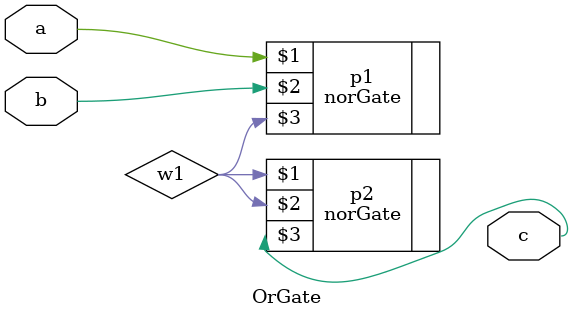
<source format=v>
`include "LogicNor.v"

module OrGate(a, b, c);
    input a, b;
    output c;
    
    wire w1;

    norGate p1(a, b, w1);
    norGate p2(w1, w1, c);

endmodule
</source>
